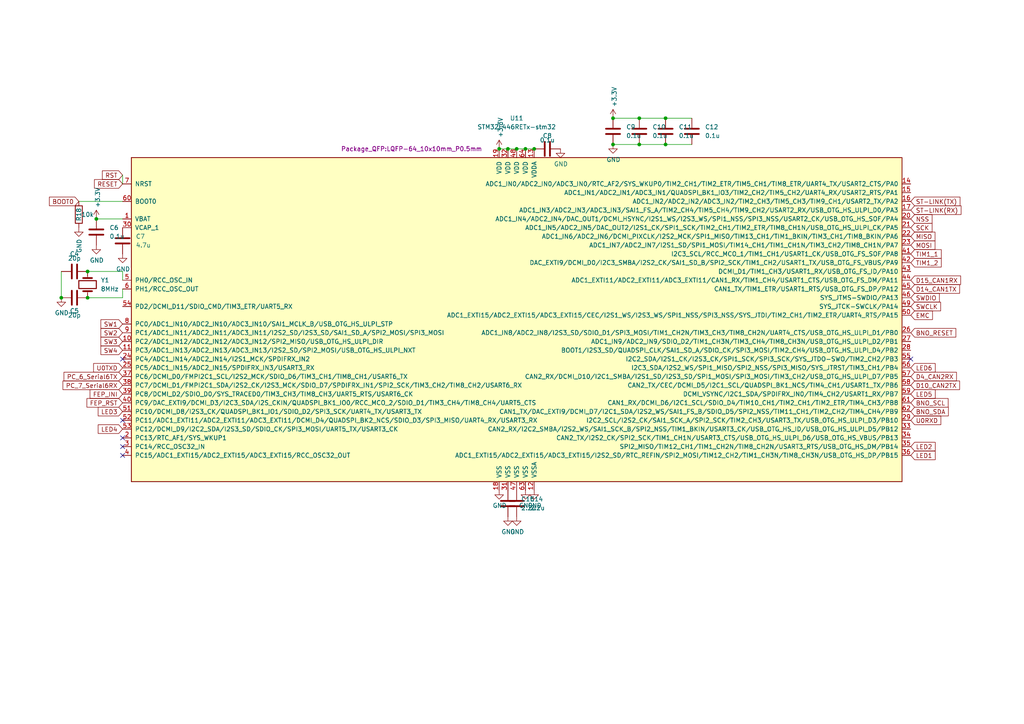
<source format=kicad_sch>
(kicad_sch (version 20230121) (generator eeschema)
  (paper "A4")
  (lib_symbols
    (symbol "Device:C" (pin_numbers hide) (pin_names (offset 0.254))
      (property "Reference" "C" (at 0.635 2.54 0))
      (property "Value" "C" (at 0.635 -2.54 0))
      (symbol "C_0_1"
        (polyline (pts (xy -2.032 -0.762) (xy 2.032 -0.762)) (stroke (width 0.508)))
        (polyline (pts (xy -2.032 0.762) (xy 2.032 0.762)) (stroke (width 0.508)))
      )
      (symbol "C_1_1"
        (pin passive line (at 0 3.81 270) (length 2.794) (name "~") (number "1"))
        (pin passive line (at 0 -3.81 90) (length 2.794) (name "~") (number "2"))
      )
    )
    (symbol "Device:Crystal" (pin_numbers hide) (pin_names (offset 1.016) hide)
      (property "Reference" "Y" (at 0 3.81 0))
      (property "Value" "Crystal" (at 0 -3.81 0))
      (symbol "Crystal_0_1"
        (rectangle (start -1.143 2.54) (end 1.143 -2.54) (stroke (width 0.3048)))
        (polyline (pts (xy -2.54 0) (xy -1.905 0)))
        (polyline (pts (xy -1.905 -1.27) (xy -1.905 1.27)) (stroke (width 0.508)))
        (polyline (pts (xy 1.905 -1.27) (xy 1.905 1.27)) (stroke (width 0.508)))
        (polyline (pts (xy 2.54 0) (xy 1.905 0)))
      )
      (symbol "Crystal_1_1"
        (pin passive line (at -3.81 0 0) (length 1.27) (name "1") (number "1"))
        (pin passive line (at 3.81 0 180) (length 1.27) (name "2") (number "2"))
      )
    )
    (symbol "Device:R" (pin_numbers hide) (pin_names (offset 0))
      (property "Reference" "R" (at 2.032 0 90))
      (property "Value" "R" (at 0 0 90))
      (symbol "R_0_1"
        (rectangle (start -1.016 -2.54) (end 1.016 2.54) (stroke (width 0.254)))
      )
      (symbol "R_1_1"
        (pin passive line (at 0 3.81 270) (length 1.27) (name "~") (number "1"))
        (pin passive line (at 0 -3.81 90) (length 1.27) (name "~") (number "2"))
      )
    )
    (symbol "Symbol_nishi:STM32F446RETx-stm32" (pin_names (offset 1.016))
      (property "Reference" "U" (at -111.76 48.895 0))
      (property "Value" "STM32F446RETx-stm32" (at 111.76 48.895 0))
      (property "Footprint" "LQFP64" (at 111.76 47.625 0))
      (symbol "STM32F446RETx-stm32_0_1"
        (rectangle (start -111.76 -45.72) (end 111.76 48.26) (stroke (width 0.254)) (fill (type background)))
      )
      (symbol "STM32F446RETx-stm32_1_1"
        (pin power_in line (at -114.3 30.48 0) (length 2.54) (name "VBAT") (number "1"))
        (pin bidirectional line (at -114.3 -5.08 0) (length 2.54) (name "PC2/ADC1_IN12/ADC2_IN12/ADC3_IN12/SPI2_MISO/USB_OTG_HS_ULPI_DIR") (number "10"))
        (pin bidirectional line (at -114.3 -7.62 0) (length 2.54) (name "PC3/ADC1_IN13/ADC2_IN13/ADC3_IN13/I2S2_SD/SPI2_MOSI/USB_OTG_HS_ULPI_NXT") (number "11"))
        (pin power_in line (at 5.08 -48.26 90) (length 2.54) (name "VSSA") (number "12"))
        (pin power_in line (at 5.08 50.8 270) (length 2.54) (name "VDDA") (number "13"))
        (pin bidirectional line (at 114.3 40.64 180) (length 2.54) (name "ADC1_IN0/ADC2_IN0/ADC3_IN0/RTC_AF2/SYS_WKUP0/TIM2_CH1/TIM2_ETR/TIM5_CH1/TIM8_ETR/UART4_TX/USART2_CTS/PA0") (number "14"))
        (pin bidirectional line (at 114.3 38.1 180) (length 2.54) (name "ADC1_IN1/ADC2_IN1/ADC3_IN1/QUADSPI_BK1_IO3/TIM2_CH2/TIM5_CH2/UART4_RX/USART2_RTS/PA1") (number "15"))
        (pin bidirectional line (at 114.3 35.56 180) (length 2.54) (name "ADC1_IN2/ADC2_IN2/ADC3_IN2/TIM2_CH3/TIM5_CH3/TIM9_CH1/USART2_TX/PA2") (number "16"))
        (pin bidirectional line (at 114.3 33.02 180) (length 2.54) (name "ADC1_IN3/ADC2_IN3/ADC3_IN3/SAI1_FS_A/TIM2_CH4/TIM5_CH4/TIM9_CH2/USART2_RX/USB_OTG_HS_ULPI_D0/PA3") (number "17"))
        (pin power_in line (at -5.08 -48.26 90) (length 2.54) (name "VSS") (number "18"))
        (pin power_in line (at -5.08 50.8 270) (length 2.54) (name "VDD") (number "19"))
        (pin bidirectional line (at -114.3 -33.02 0) (length 2.54) (name "PC13/RTC_AF1/SYS_WKUP1") (number "2"))
        (pin bidirectional line (at 114.3 30.48 180) (length 2.54) (name "ADC1_IN4/ADC2_IN4/DAC_OUT1/DCMI_HSYNC/I2S1_WS/I2S3_WS/SPI1_NSS/SPI3_NSS/USART2_CK/USB_OTG_HS_SOF/PA4") (number "20"))
        (pin bidirectional line (at 114.3 27.94 180) (length 2.54) (name "ADC1_IN5/ADC2_IN5/DAC_OUT2/I2S1_CK/SPI1_SCK/TIM2_CH1/TIM2_ETR/TIM8_CH1N/USB_OTG_HS_ULPI_CK/PA5") (number "21"))
        (pin bidirectional line (at 114.3 25.4 180) (length 2.54) (name "ADC1_IN6/ADC2_IN6/DCMI_PIXCLK/I2S2_MCK/SPI1_MISO/TIM13_CH1/TIM1_BKIN/TIM3_CH1/TIM8_BKIN/PA6") (number "22"))
        (pin bidirectional line (at 114.3 22.86 180) (length 2.54) (name "ADC1_IN7/ADC2_IN7/I2S1_SD/SPI1_MOSI/TIM14_CH1/TIM1_CH1N/TIM3_CH2/TIM8_CH1N/PA7") (number "23"))
        (pin bidirectional line (at -114.3 -10.16 0) (length 2.54) (name "PC4/ADC1_IN14/ADC2_IN14/I2S1_MCK/SPDIFRX_IN2") (number "24"))
        (pin bidirectional line (at -114.3 -12.7 0) (length 2.54) (name "PC5/ADC1_IN15/ADC2_IN15/SPDIFRX_IN3/USART3_RX") (number "25"))
        (pin bidirectional line (at 114.3 -2.54 180) (length 2.54) (name "ADC1_IN8/ADC2_IN8/I2S3_SD/SDIO_D1/SPI3_MOSI/TIM1_CH2N/TIM3_CH3/TIM8_CH2N/UART4_CTS/USB_OTG_HS_ULPI_D1/PB0") (number "26"))
        (pin bidirectional line (at 114.3 -5.08 180) (length 2.54) (name "ADC1_IN9/ADC2_IN9/SDIO_D2/TIM1_CH3N/TIM3_CH4/TIM8_CH3N/USB_OTG_HS_ULPI_D2/PB1") (number "27"))
        (pin bidirectional line (at 114.3 -7.62 180) (length 2.54) (name "BOOT1/I2S3_SD/QUADSPI_CLK/SAI1_SD_A/SDIO_CK/SPI3_MOSI/TIM2_CH4/USB_OTG_HS_ULPI_D4/PB2") (number "28"))
        (pin bidirectional line (at 114.3 -27.94 180) (length 2.54) (name "I2C2_SCL/I2S2_CK/SAI1_SCK_A/SPI2_SCK/TIM2_CH3/USART3_TX/USB_OTG_HS_ULPI_D3/PB10") (number "29"))
        (pin bidirectional line (at -114.3 -35.56 0) (length 2.54) (name "PC14/RCC_OSC32_IN") (number "3"))
        (pin power_in line (at -114.3 27.94 0) (length 2.54) (name "VCAP_1") (number "30"))
        (pin power_in line (at -2.54 -48.26 90) (length 2.54) (name "VSS") (number "31"))
        (pin power_in line (at -2.54 50.8 270) (length 2.54) (name "VDD") (number "32"))
        (pin bidirectional line (at 114.3 -30.48 180) (length 2.54) (name "CAN2_RX/I2C2_SMBA/I2S2_WS/SAI1_SCK_B/SPI2_NSS/TIM1_BKIN/USART3_CK/USB_OTG_HS_ID/USB_OTG_HS_ULPI_D5/PB12") (number "33"))
        (pin bidirectional line (at 114.3 -33.02 180) (length 2.54) (name "CAN2_TX/I2S2_CK/SPI2_SCK/TIM1_CH1N/USART3_CTS/USB_OTG_HS_ULPI_D6/USB_OTG_HS_VBUS/PB13") (number "34"))
        (pin bidirectional line (at 114.3 -35.56 180) (length 2.54) (name "SPI2_MISO/TIM12_CH1/TIM1_CH2N/TIM8_CH2N/USART3_RTS/USB_OTG_HS_DM/PB14") (number "35"))
        (pin bidirectional line (at 114.3 -38.1 180) (length 2.54) (name "ADC1_EXTI15/ADC2_EXTI15/ADC3_EXTI15/I2S2_SD/RTC_REFIN/SPI2_MOSI/TIM12_CH2/TIM1_CH3N/TIM8_CH3N/USB_OTG_HS_DP/PB15") (number "36"))
        (pin bidirectional line (at -114.3 -15.24 0) (length 2.54) (name "PC6/DCMI_D0/FMPI2C1_SCL/I2S2_MCK/SDIO_D6/TIM3_CH1/TIM8_CH1/USART6_TX") (number "37"))
        (pin bidirectional line (at -114.3 -17.78 0) (length 2.54) (name "PC7/DCMI_D1/FMPI2C1_SDA/I2S2_CK/I2S3_MCK/SDIO_D7/SPDIFRX_IN1/SPI2_SCK/TIM3_CH2/TIM8_CH2/USART6_RX") (number "38"))
        (pin bidirectional line (at -114.3 -20.32 0) (length 2.54) (name "PC8/DCMI_D2/SDIO_D0/SYS_TRACED0/TIM3_CH3/TIM8_CH3/UART5_RTS/USART6_CK") (number "39"))
        (pin bidirectional line (at -114.3 -38.1 0) (length 2.54) (name "PC15/ADC1_EXTI15/ADC2_EXTI15/ADC3_EXTI15/RCC_OSC32_OUT") (number "4"))
        (pin bidirectional line (at -114.3 -22.86 0) (length 2.54) (name "PC9/DAC_EXTI9/DCMI_D3/I2C3_SDA/I2S_CKIN/QUADSPI_BK1_IO0/RCC_MCO_2/SDIO_D1/TIM3_CH4/TIM8_CH4/UART5_CTS") (number "40"))
        (pin bidirectional line (at 114.3 20.32 180) (length 2.54) (name "I2C3_SCL/RCC_MCO_1/TIM1_CH1/USART1_CK/USB_OTG_FS_SOF/PA8") (number "41"))
        (pin bidirectional line (at 114.3 17.78 180) (length 2.54) (name "DAC_EXTI9/DCMI_D0/I2C3_SMBA/I2S2_CK/SAI1_SD_B/SPI2_SCK/TIM1_CH2/USART1_TX/USB_OTG_FS_VBUS/PA9") (number "42"))
        (pin bidirectional line (at 114.3 15.24 180) (length 2.54) (name "DCMI_D1/TIM1_CH3/USART1_RX/USB_OTG_FS_ID/PA10") (number "43"))
        (pin bidirectional line (at 114.3 12.7 180) (length 2.54) (name "ADC1_EXTI11/ADC2_EXTI11/ADC3_EXTI11/CAN1_RX/TIM1_CH4/USART1_CTS/USB_OTG_FS_DM/PA11") (number "44"))
        (pin bidirectional line (at 114.3 10.16 180) (length 2.54) (name "CAN1_TX/TIM1_ETR/USART1_RTS/USB_OTG_FS_DP/PA12") (number "45"))
        (pin bidirectional line (at 114.3 7.62 180) (length 2.54) (name "SYS_JTMS-SWDIO/PA13") (number "46"))
        (pin power_in line (at 0 -48.26 90) (length 2.54) (name "VSS") (number "47"))
        (pin power_in line (at 0 50.8 270) (length 2.54) (name "VDD") (number "48"))
        (pin bidirectional line (at 114.3 5.08 180) (length 2.54) (name "SYS_JTCK-SWCLK/PA14") (number "49"))
        (pin input line (at -114.3 12.7 0) (length 2.54) (name "PH0/RCC_OSC_IN") (number "5"))
        (pin bidirectional line (at 114.3 2.54 180) (length 2.54) (name "ADC1_EXTI15/ADC2_EXTI15/ADC3_EXTI15/CEC/I2S1_WS/I2S3_WS/SPI1_NSS/SPI3_NSS/SYS_JTDI/TIM2_CH1/TIM2_ETR/UART4_RTS/PA15") (number "50"))
        (pin bidirectional line (at -114.3 -25.4 0) (length 2.54) (name "PC10/DCMI_D8/I2S3_CK/QUADSPI_BK1_IO1/SDIO_D2/SPI3_SCK/UART4_TX/USART3_TX") (number "51"))
        (pin bidirectional line (at -114.3 -27.94 0) (length 2.54) (name "PC11/ADC1_EXTI11/ADC2_EXTI11/ADC3_EXTI11/DCMI_D4/QUADSPI_BK2_NCS/SDIO_D3/SPI3_MISO/UART4_RX/USART3_RX") (number "52"))
        (pin bidirectional line (at -114.3 -30.48 0) (length 2.54) (name "PC12/DCMI_D9/I2C2_SDA/I2S3_SD/SDIO_CK/SPI3_MOSI/UART5_TX/USART3_CK") (number "53"))
        (pin bidirectional line (at -114.3 5.08 0) (length 2.54) (name "PD2/DCMI_D11/SDIO_CMD/TIM3_ETR/UART5_RX") (number "54"))
        (pin bidirectional line (at 114.3 -10.16 180) (length 2.54) (name "I2C2_SDA/I2S1_CK/I2S3_CK/SPI1_SCK/SPI3_SCK/SYS_JTDO-SWO/TIM2_CH2/PB3") (number "55"))
        (pin bidirectional line (at 114.3 -12.7 180) (length 2.54) (name "I2C3_SDA/I2S2_WS/SPI1_MISO/SPI2_NSS/SPI3_MISO/SYS_JTRST/TIM3_CH1/PB4") (number "56"))
        (pin bidirectional line (at 114.3 -15.24 180) (length 2.54) (name "CAN2_RX/DCMI_D10/I2C1_SMBA/I2S1_SD/I2S3_SD/SPI1_MOSI/SPI3_MOSI/TIM3_CH2/USB_OTG_HS_ULPI_D7/PB5") (number "57"))
        (pin bidirectional line (at 114.3 -17.78 180) (length 2.54) (name "CAN2_TX/CEC/DCMI_D5/I2C1_SCL/QUADSPI_BK1_NCS/TIM4_CH1/USART1_TX/PB6") (number "58"))
        (pin bidirectional line (at 114.3 -20.32 180) (length 2.54) (name "DCMI_VSYNC/I2C1_SDA/SPDIFRX_IN0/TIM4_CH2/USART1_RX/PB7") (number "59"))
        (pin input line (at -114.3 10.16 0) (length 2.54) (name "PH1/RCC_OSC_OUT") (number "6"))
        (pin input line (at -114.3 35.56 0) (length 2.54) (name "BOOT0") (number "60"))
        (pin bidirectional line (at 114.3 -22.86 180) (length 2.54) (name "CAN1_RX/DCMI_D6/I2C1_SCL/SDIO_D4/TIM10_CH1/TIM2_CH1/TIM2_ETR/TIM4_CH3/PB8") (number "61"))
        (pin bidirectional line (at 114.3 -25.4 180) (length 2.54) (name "CAN1_TX/DAC_EXTI9/DCMI_D7/I2C1_SDA/I2S2_WS/SAI1_FS_B/SDIO_D5/SPI2_NSS/TIM11_CH1/TIM2_CH2/TIM4_CH4/PB9") (number "62"))
        (pin power_in line (at 2.54 -48.26 90) (length 2.54) (name "VSS") (number "63"))
        (pin power_in line (at 2.54 50.8 270) (length 2.54) (name "VDD") (number "64"))
        (pin input line (at -114.3 40.64 0) (length 2.54) (name "NRST") (number "7"))
        (pin bidirectional line (at -114.3 0 0) (length 2.54) (name "PC0/ADC1_IN10/ADC2_IN10/ADC3_IN10/SAI1_MCLK_B/USB_OTG_HS_ULPI_STP") (number "8"))
        (pin bidirectional line (at -114.3 -2.54 0) (length 2.54) (name "PC1/ADC1_IN11/ADC2_IN11/ADC3_IN11/I2S2_SD/I2S3_SD/SAI1_SD_A/SPI2_MOSI/SPI3_MOSI") (number "9"))
      )
    )
    (symbol "power:+3.3V" (power) (pin_names (offset 0))
      (property "Value" "+3.3V" (at 0 3.556 0))
      (symbol "+3.3V_0_1"
        (polyline (pts (xy -0.762 1.27) (xy 0 2.54)))
        (polyline (pts (xy 0 0) (xy 0 2.54)))
        (polyline (pts (xy 0 2.54) (xy 0.762 1.27)))
      )
      (symbol "+3.3V_1_1"
        (pin power_in line (at 0 0 90) (length 0) hide (name "+3.3V") (number "1"))
      )
    )
    (symbol "power:GND" (power) (pin_names (offset 0))
      (property "Value" "GND" (at 0 -3.81 0))
      (symbol "GND_0_1"
        (polyline (pts (xy 0 0) (xy 0 -1.27) (xy 1.27 -1.27) (xy 0 -2.54) (xy -1.27 -1.27) (xy 0 -1.27)))
      )
      (symbol "GND_1_1"
        (pin power_in line (at 0 0 270) (length 0) hide (name "GND") (number "1"))
      )
    )
  )
  (junction (at 25.4 86.36))
  (junction (at 152.4 43.18))
  (junction (at 177.8 41.91))
  (junction (at 27.94 63.5))
  (junction (at 193.04 34.29))
  (junction (at 154.94 43.18))
  (junction (at 147.32 43.18))
  (junction (at 185.42 34.29))
  (junction (at 17.78 86.36))
  (junction (at 185.42 41.91))
  (junction (at 177.8 34.29))
  (junction (at 25.4 78.74))
  (junction (at 149.86 43.18))
  (junction (at 144.78 43.18))
  (junction (at 193.04 41.91))
  (no_connect (at 264.16 104.14))
  (no_connect (at 35.56 132.08))
  (no_connect (at 35.56 129.54))
  (no_connect (at 35.56 127))
  (no_connect (at 35.56 121.92))
  (no_connect (at 35.56 104.14))
  (wire (pts (xy 35.56 86.36) (xy 25.4 86.36)))
  (wire (pts (xy 152.4 43.18) (xy 154.94 43.18)))
  (wire (pts (xy 35.56 50.8) (xy 35.56 53.34)))
  (wire (pts (xy 193.04 41.91) (xy 200.66 41.91)))
  (wire (pts (xy 177.8 34.29) (xy 185.42 34.29)))
  (wire (pts (xy 35.56 86.36) (xy 35.56 83.82)))
  (wire (pts (xy 35.56 63.5) (xy 27.94 63.5)))
  (wire (pts (xy 177.8 41.91) (xy 185.42 41.91)))
  (wire (pts (xy 22.86 58.42) (xy 35.56 58.42)))
  (wire (pts (xy 144.78 43.18) (xy 147.32 43.18)))
  (wire (pts (xy 185.42 34.29) (xy 193.04 34.29)))
  (wire (pts (xy 193.04 34.29) (xy 200.66 34.29)))
  (wire (pts (xy 185.42 41.91) (xy 193.04 41.91)))
  (wire (pts (xy 35.56 78.74) (xy 35.56 81.28)))
  (wire (pts (xy 17.78 78.74) (xy 17.78 86.36)))
  (wire (pts (xy 25.4 78.74) (xy 35.56 78.74)))
  (wire (pts (xy 147.32 43.18) (xy 149.86 43.18)))
  (wire (pts (xy 149.86 43.18) (xy 152.4 43.18)))
  (global_label "EMC" (shape input) (at 264.16 91.44 0) (property "Intersheetrefs" "${INTERSHEET_REFS}" (effects hide)))
  (global_label "BNO_RESET" (shape input) (at 264.16 96.52 0) (property "Intersheetrefs" "${INTERSHEET_REFS}" (effects hide)))
  (global_label "TIM1_1" (shape input) (at 264.16 73.66 0) (property "Intersheetrefs" "${INTERSHEET_REFS}" (effects hide)))
  (global_label "RST" (shape input) (at 35.56 50.8 180) (property "Intersheetrefs" "${INTERSHEET_REFS}" (effects hide)))
  (global_label "FEP_RST" (shape input) (at 35.56 116.84 180) (property "Intersheetrefs" "${INTERSHEET_REFS}" (effects hide)))
  (global_label "NSS" (shape input) (at 264.16 63.5 0) (property "Intersheetrefs" "${INTERSHEET_REFS}" (effects hide)))
  (global_label "MOSI" (shape input) (at 264.16 71.12 0) (property "Intersheetrefs" "${INTERSHEET_REFS}" (effects hide)))
  (global_label "LED2" (shape input) (at 264.16 129.54 0) (property "Intersheetrefs" "${INTERSHEET_REFS}" (effects hide)))
  (global_label "D4_CAN2RX" (shape input) (at 264.16 109.22 0) (property "Intersheetrefs" "${INTERSHEET_REFS}" (effects hide)))
  (global_label "SW3" (shape input) (at 35.56 99.06 180) (property "Intersheetrefs" "${INTERSHEET_REFS}" (effects hide)))
  (global_label "LED1" (shape input) (at 264.16 132.08 0) (property "Intersheetrefs" "${INTERSHEET_REFS}" (effects hide)))
  (global_label "BNO_SDA" (shape input) (at 264.16 119.38 0) (property "Intersheetrefs" "${INTERSHEET_REFS}" (effects hide)))
  (global_label "U0RXD" (shape input) (at 264.16 121.92 0) (property "Intersheetrefs" "${INTERSHEET_REFS}" (effects hide)))
  (global_label "ST-LINK(TX)" (shape input) (at 264.16 58.42 0) (property "Intersheetrefs" "${INTERSHEET_REFS}" (effects hide)))
  (global_label "D15_CAN1RX" (shape input) (at 264.16 81.28 0) (property "Intersheetrefs" "${INTERSHEET_REFS}" (effects hide)))
  (global_label "LED6" (shape input) (at 264.16 106.68 0) (property "Intersheetrefs" "${INTERSHEET_REFS}" (effects hide)))
  (global_label "D14_CAN1TX" (shape input) (at 264.16 83.82 0) (property "Intersheetrefs" "${INTERSHEET_REFS}" (effects hide)))
  (global_label "FEP_INI" (shape input) (at 35.56 114.3 180) (property "Intersheetrefs" "${INTERSHEET_REFS}" (effects hide)))
  (global_label "SW4" (shape input) (at 35.56 101.6 180) (property "Intersheetrefs" "${INTERSHEET_REFS}" (effects hide)))
  (global_label "SCK" (shape input) (at 264.16 66.04 0) (property "Intersheetrefs" "${INTERSHEET_REFS}" (effects hide)))
  (global_label "PC_7_Serial6RX" (shape input) (at 35.56 111.76 180) (property "Intersheetrefs" "${INTERSHEET_REFS}" (effects hide)) (property "シート間のリファレンス" "${INTERSHEET_REFS}" (effects hide)))
  (global_label "SW1" (shape input) (at 35.56 93.98 180) (property "Intersheetrefs" "${INTERSHEET_REFS}" (effects hide)))
  (global_label "SWCLK" (shape input) (at 264.16 88.9 0) (property "Intersheetrefs" "${INTERSHEET_REFS}" (effects hide)))
  (global_label "LED4" (shape input) (at 35.56 124.46 180) (property "Intersheetrefs" "${INTERSHEET_REFS}" (effects hide)))
  (global_label "BNO_SCL" (shape input) (at 264.16 116.84 0) (property "Intersheetrefs" "${INTERSHEET_REFS}" (effects hide)))
  (global_label "MISO" (shape input) (at 264.16 68.58 0) (property "Intersheetrefs" "${INTERSHEET_REFS}" (effects hide)))
  (global_label "SW2" (shape input) (at 35.56 96.52 180) (property "Intersheetrefs" "${INTERSHEET_REFS}" (effects hide)))
  (global_label "TIM1_2" (shape input) (at 264.16 76.2 0) (property "Intersheetrefs" "${INTERSHEET_REFS}" (effects hide)))
  (global_label "BOOT0" (shape input) (at 22.86 58.42 180) (property "Intersheetrefs" "${INTERSHEET_REFS}" (effects hide)))
  (global_label "ST-LINK(RX)" (shape input) (at 264.16 60.96 0) (property "Intersheetrefs" "${INTERSHEET_REFS}" (effects hide)))
  (global_label "PC_6_Serial6TX" (shape input) (at 35.56 109.22 180) (property "Intersheetrefs" "${INTERSHEET_REFS}" (effects hide)) (property "シート間のリファレンス" "${INTERSHEET_REFS}" (effects hide)))
  (global_label "LED5" (shape input) (at 264.16 114.3 0) (property "Intersheetrefs" "${INTERSHEET_REFS}" (effects hide)))
  (global_label "LED3" (shape input) (at 35.56 119.38 180) (property "Intersheetrefs" "${INTERSHEET_REFS}" (effects hide)))
  (global_label "SWDIO" (shape input) (at 264.16 86.36 0) (property "Intersheetrefs" "${INTERSHEET_REFS}" (effects hide)))
  (global_label "D10_CAN2TX" (shape input) (at 264.16 111.76 0) (property "Intersheetrefs" "${INTERSHEET_REFS}" (effects hide)))
  (global_label "RESET" (shape input) (at 35.56 53.34 180) (property "Intersheetrefs" "${INTERSHEET_REFS}" (effects hide)))
  (global_label "U0TXD" (shape input) (at 35.56 106.68 180) (property "Intersheetrefs" "${INTERSHEET_REFS}" (effects hide)))
  (symbol (lib_id "Device:C") (at 177.8 38.1 0) (unit 1)
    (property "Reference" "C9" (at 181.61 36.83 0) (effects (justify left)))
    (property "Value" "0.1u" (at 181.61 39.37 0) (effects (justify left)))
    (property "Footprint" "Footprint_nishi:C_0805_2012" (effects hide))
    (instances (project "F446RE" (path "" (reference "C9") (unit 1))) (project "ODAmain" (path "" (reference "C11") (unit 1))))
  )
  (symbol (lib_id "power:GND") (at 177.8 41.91 0) (unit 1)
    (property "Reference" "#PWR033" (effects hide))
    (property "Value" "GND" (at 177.927 46.3042 0))
    (instances (project "F446RE" (path "" (reference "#PWR033") (unit 1))) (project "ODAmain" (path "" (reference "#PWR030") (unit 1))))
  )
  (symbol (lib_id "Device:C") (at 27.94 67.31 0) (unit 1)
    (property "Reference" "C6" (at 31.75 66.04 0) (effects (justify left)))
    (property "Value" "0.1u" (at 31.75 68.58 0) (effects (justify left)))
    (property "Footprint" "Footprint_nishi:C_0805_2012" (effects hide))
  )
  (symbol (lib_id "Device:R") (at 22.86 62.23 180) (unit 1)
    (property "Reference" "R18" (at 22.86 62.23 90))
    (property "Value" "10k" (at 25.4 62.23 0))
    (property "Footprint" "Footprint_nishi:R_0603_1608" (effects hide))
  )
  (symbol (lib_id "Device:C") (at 200.66 38.1 0) (unit 1)
    (property "Reference" "C12" (at 204.47 36.83 0) (effects (justify left)))
    (property "Value" "0.1u" (at 204.47 39.37 0) (effects (justify left)))
    (property "Footprint" "Footprint_nishi:C_0805_2012" (effects hide))
    (instances (project "F446RE" (path "" (reference "C12") (unit 1))) (project "ODAmain" (path "" (reference "C14") (unit 1))))
  )
  (symbol (lib_id "power:GND") (at 35.56 73.66 0) (unit 1)
    (property "Reference" "#PWR024" (effects hide))
    (property "Value" "GND" (at 35.687 78.0542 0))
    (instances (project "F446RE" (path "" (reference "#PWR024") (unit 1))) (project "ODAmain" (path "" (reference "#PWR023") (unit 1))))
  )
  (symbol (lib_id "Device:C") (at 149.86 146.05 0) (unit 1)
    (property "Reference" "C14" (at 153.67 144.78 0) (effects (justify left)))
    (property "Value" "2.2u" (at 153.67 147.32 0) (effects (justify left)))
    (property "Footprint" "Footprint_nishi:C_0805_2012" (effects hide))
    (instances (project "F446RE" (path "" (reference "C14") (unit 1))) (project "ODAmain" (path "" (reference "C9") (unit 1))))
  )
  (symbol (lib_id "power:GND") (at 154.94 142.24 0) (unit 1)
    (property "Reference" "#PWR030" (effects hide))
    (property "Value" "GND" (at 155.067 146.6342 0))
    (instances (project "F446RE" (path "" (reference "#PWR030") (unit 1))) (project "ODAmain" (path "" (reference "#PWR028") (unit 1))))
  )
  (symbol (lib_id "Device:Crystal") (at 25.4 82.55 90) (unit 1)
    (property "Reference" "Y1" (at 29.21 81.28 90) (effects (justify right)))
    (property "Value" "8MHz" (at 29.21 83.82 90) (effects (justify right)))
    (property "Footprint" "Footprint_nishi:crystal_hc-49u" (effects hide))
  )
  (symbol (lib_id "Device:C") (at 185.42 38.1 0) (unit 1)
    (property "Reference" "C10" (at 189.23 36.83 0) (effects (justify left)))
    (property "Value" "0.1u" (at 189.23 39.37 0) (effects (justify left)))
    (property "Footprint" "Footprint_nishi:C_0805_2012" (effects hide))
    (instances (project "F446RE" (path "" (reference "C10") (unit 1))) (project "ODAmain" (path "" (reference "C12") (unit 1))))
  )
  (symbol (lib_id "power:GND") (at 149.86 149.86 0) (unit 1)
    (property "Reference" "#PWR028" (effects hide))
    (property "Value" "GND" (at 149.987 154.2542 0))
    (instances (project "F446RE" (path "" (reference "#PWR028") (unit 1))) (project "ODAmain" (path "" (reference "#PWR026") (unit 1))))
  )
  (symbol (lib_id "power:GND") (at 27.94 71.12 0) (unit 1)
    (property "Reference" "#PWR023" (effects hide))
    (property "Value" "GND" (at 28.067 75.5142 0))
    (instances (project "F446RE" (path "" (reference "#PWR023") (unit 1))) (project "ODAmain" (path "" (reference "#PWR022") (unit 1))))
  )
  (symbol (lib_id "power:GND") (at 17.78 86.36 0) (unit 1)
    (property "Reference" "#PWR020" (effects hide))
    (property "Value" "GND" (at 17.907 90.7542 0))
  )
  (symbol (lib_id "power:GND") (at 22.86 66.04 0) (unit 1)
    (property "Reference" "#PWR021" (effects hide))
    (property "Value" "GND" (at 22.987 69.2912 90) (effects (justify right)))
  )
  (symbol (lib_id "power:+3.3V") (at 177.8 34.29 0) (unit 1)
    (property "Reference" "#U01" (effects hide))
    (property "Value" "+3.3V" (at 178.181 31.0388 90) (effects (justify left)))
    (instances (project "F446RE" (path "" (reference "#U01") (unit 1))) (project "YAMADAmain" (path "" (reference "#U01") (unit 1))) (project "ODAmain" (path "" (reference "#U014") (unit 1)) (path "" (reference "#U017") (unit 1))) (project "M3rd_main_board" (path "" (reference "#U01") (unit 1))))
  )
  (symbol (lib_id "Symbol_nishi:STM32F446RETx-stm32") (at 149.86 93.98 0) (unit 1)
    (property "Reference" "U11" (at 149.86 34.29 0))
    (property "Value" "STM32F446RETx-stm32" (at 149.86 36.83 0))
    (property "Footprint" "Package_QFP:LQFP-64_10x10mm_P0.5mm" (at 119.38 43.18 0))
    (instances (project "F446RE" (path "" (reference "U11") (unit 1))) (project "ODAmain" (path "" (reference "U10") (unit 1))))
  )
  (symbol (lib_id "power:GND") (at 144.78 142.24 0) (unit 1)
    (property "Reference" "#PWR026" (effects hide))
    (property "Value" "GND" (at 144.907 146.6342 0))
    (instances (project "F446RE" (path "" (reference "#PWR026") (unit 1))) (project "ODAmain" (path "" (reference "#PWR024") (unit 1))))
  )
  (symbol (lib_id "power:GND") (at 162.56 43.18 0) (unit 1)
    (property "Reference" "#PWR031" (effects hide))
    (property "Value" "GND" (at 162.687 47.5742 0))
    (instances (project "F446RE" (path "" (reference "#PWR031") (unit 1))) (project "ODAmain" (path "" (reference "#PWR029") (unit 1))))
  )
  (symbol (lib_id "Device:C") (at 21.59 86.36 90) (unit 1)
    (property "Reference" "C5" (at 21.59 90.17 90))
    (property "Value" "20p" (at 21.59 91.44 90))
    (property "Footprint" "Footprint_nishi:C_0805_2012" (effects hide))
  )
  (symbol (lib_id "Device:C") (at 193.04 38.1 0) (unit 1)
    (property "Reference" "C11" (at 196.85 36.83 0) (effects (justify left)))
    (property "Value" "0.1u" (at 196.85 39.37 0) (effects (justify left)))
    (property "Footprint" "Footprint_nishi:C_0805_2012" (effects hide))
    (instances (project "F446RE" (path "" (reference "C11") (unit 1))) (project "ODAmain" (path "" (reference "C13") (unit 1))))
  )
  (symbol (lib_id "Device:C") (at 147.32 146.05 0) (unit 1)
    (property "Reference" "C15" (at 151.13 144.78 0) (effects (justify left)))
    (property "Value" "2.2u" (at 151.13 147.32 0) (effects (justify left)))
    (property "Footprint" "Footprint_nishi:C_0805_2012" (effects hide))
    (instances (project "F446RE" (path "" (reference "C15") (unit 1))) (project "ODAmain" (path "" (reference "C8") (unit 1))))
  )
  (symbol (lib_id "Device:C") (at 21.59 78.74 90) (unit 1)
    (property "Reference" "C4" (at 21.59 73.66 90))
    (property "Value" "20p" (at 21.59 74.93 90))
    (property "Footprint" "Footprint_nishi:C_0805_2012" (effects hide))
  )
  (symbol (lib_id "Device:C") (at 35.56 69.85 0) (unit 1)
    (property "Reference" "C7" (at 39.37 68.58 0) (effects (justify left)))
    (property "Value" "4.7u" (at 39.37 71.12 0) (effects (justify left)))
    (property "Footprint" "Footprint_nishi:C_0805_2012" (effects hide))
  )
  (symbol (lib_id "power:GND") (at 152.4 142.24 0) (unit 1)
    (property "Reference" "#PWR029" (effects hide))
    (property "Value" "GND" (at 152.527 146.6342 0))
    (instances (project "F446RE" (path "" (reference "#PWR029") (unit 1))) (project "ODAmain" (path "" (reference "#PWR027") (unit 1))))
  )
  (symbol (lib_id "power:GND") (at 147.32 149.86 0) (unit 1)
    (property "Reference" "#PWR027" (effects hide))
    (property "Value" "GND" (at 147.447 154.2542 0))
    (instances (project "F446RE" (path "" (reference "#PWR027") (unit 1))) (project "ODAmain" (path "" (reference "#PWR025") (unit 1))))
  )
  (symbol (lib_id "power:+3.3V") (at 144.78 43.18 0) (unit 1)
    (property "Reference" "#U01" (effects hide))
    (property "Value" "+3.3V" (at 145.161 39.9288 90) (effects (justify left)))
    (instances (project "F446RE" (path "" (reference "#U01") (unit 1))) (project "YAMADAmain" (path "" (reference "#U01") (unit 1))) (project "ODAmain" (path "" (reference "#U014") (unit 1)) (path "" (reference "#U016") (unit 1))) (project "M3rd_main_board" (path "" (reference "#U01") (unit 1))))
  )
  (symbol (lib_id "power:+3.3V") (at 27.94 63.5 0) (unit 1)
    (property "Reference" "#U01" (effects hide))
    (property "Value" "+3.3V" (at 28.321 60.2488 90) (effects (justify left)))
    (instances (project "F446RE" (path "" (reference "#U01") (unit 1))) (project "YAMADAmain" (path "" (reference "#U01") (unit 1))) (project "ODAmain" (path "" (reference "#U014") (unit 1)) (path "" (reference "#U012") (unit 1))) (project "M3rd_main_board" (path "" (reference "#U01") (unit 1))))
  )
  (symbol (lib_id "Device:C") (at 158.75 43.18 90) (unit 1)
    (property "Reference" "C8" (at 158.75 39.37 90))
    (property "Value" "0.1u" (at 158.75 40.64 90))
    (property "Footprint" "Footprint_nishi:C_0805_2012" (effects hide))
    (instances (project "F446RE" (path "" (reference "C8") (unit 1))) (project "ODAmain" (path "" (reference "C10") (unit 1))))
  )
)
</source>
